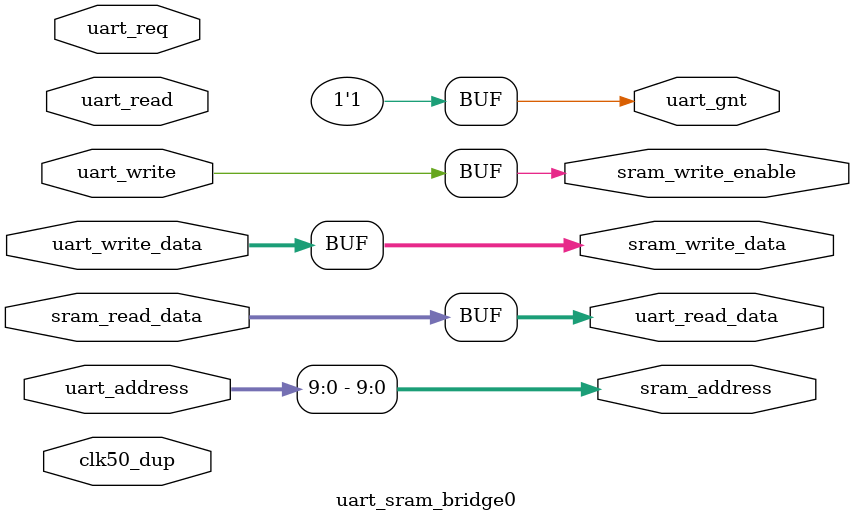
<source format=v>
`timescale 1ns / 1ps
module uart_sram_bridge0
(
  input  wire clk50_dup,

	input	 wire [15:0] uart_address,	// address bus to register file
  output wire  [7:0] uart_read_data,	// write data to register file
	input	 wire  [7:0] uart_write_data,	// write data to register file
	input	 wire        uart_write,		// write control to register file
	input	 wire        uart_read,		// read control to register file
	input  wire        uart_req,		// bus access request signal
	output wire        uart_gnt,		// bus access grant signal

	output wire [9:0] sram_address,
  input  wire [7:0] sram_read_data,
	output wire [7:0] sram_write_data,
	output wire       sram_write_enable
);

assign sram_address      = uart_address[9:0];
assign sram_write_data   = uart_write_data;
assign uart_read_data    = sram_read_data;
assign sram_write_enable = uart_write;
assign uart_gnt = 1;

endmodule

</source>
